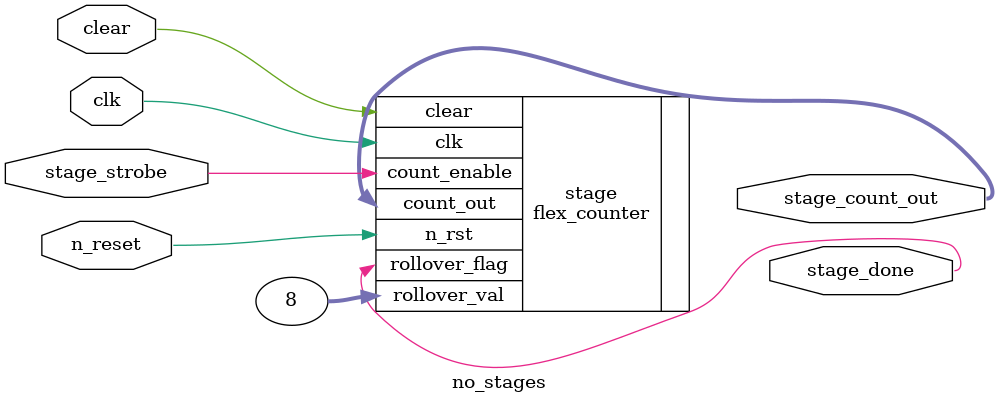
<source format=sv>

module no_stages
(
	input wire clk,
	input wire n_reset,
	input wire stage_strobe,
	input wire clear,
	output reg stage_done,
	output reg [2:0] stage_count_out

);
	
	flex_counter #(3) stage
	(
		.clk(clk), 
		.n_rst(n_reset),
		.clear(clear),
		.count_enable(stage_strobe),
		.count_out(stage_count_out),
		.rollover_val(8), //Rollover at 8 because that is the number of stages needed for a 256 point FFT
		.rollover_flag(stage_done)
	);

endmodule


</source>
